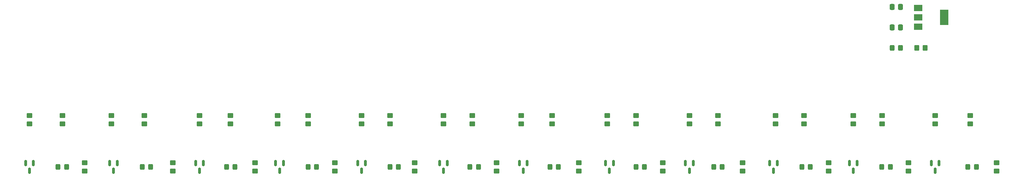
<source format=gbr>
%TF.GenerationSoftware,KiCad,Pcbnew,8.0.8-8.0.8-0~ubuntu24.04.1*%
%TF.CreationDate,2025-02-09T16:52:57+07:00*%
%TF.ProjectId,wemos32-12-channel-relays-ssr-rev-2,77656d6f-7333-4322-9d31-322d6368616e,1.0*%
%TF.SameCoordinates,Original*%
%TF.FileFunction,Paste,Top*%
%TF.FilePolarity,Positive*%
%FSLAX46Y46*%
G04 Gerber Fmt 4.6, Leading zero omitted, Abs format (unit mm)*
G04 Created by KiCad (PCBNEW 8.0.8-8.0.8-0~ubuntu24.04.1) date 2025-02-09 16:52:57*
%MOMM*%
%LPD*%
G01*
G04 APERTURE LIST*
G04 Aperture macros list*
%AMRoundRect*
0 Rectangle with rounded corners*
0 $1 Rounding radius*
0 $2 $3 $4 $5 $6 $7 $8 $9 X,Y pos of 4 corners*
0 Add a 4 corners polygon primitive as box body*
4,1,4,$2,$3,$4,$5,$6,$7,$8,$9,$2,$3,0*
0 Add four circle primitives for the rounded corners*
1,1,$1+$1,$2,$3*
1,1,$1+$1,$4,$5*
1,1,$1+$1,$6,$7*
1,1,$1+$1,$8,$9*
0 Add four rect primitives between the rounded corners*
20,1,$1+$1,$2,$3,$4,$5,0*
20,1,$1+$1,$4,$5,$6,$7,0*
20,1,$1+$1,$6,$7,$8,$9,0*
20,1,$1+$1,$8,$9,$2,$3,0*%
G04 Aperture macros list end*
%ADD10RoundRect,0.250000X0.450000X-0.350000X0.450000X0.350000X-0.450000X0.350000X-0.450000X-0.350000X0*%
%ADD11RoundRect,0.150000X-0.150000X0.587500X-0.150000X-0.587500X0.150000X-0.587500X0.150000X0.587500X0*%
%ADD12RoundRect,0.250000X-0.450000X0.350000X-0.450000X-0.350000X0.450000X-0.350000X0.450000X0.350000X0*%
%ADD13RoundRect,0.250000X-0.325000X-0.450000X0.325000X-0.450000X0.325000X0.450000X-0.325000X0.450000X0*%
%ADD14RoundRect,0.250000X-0.337500X-0.475000X0.337500X-0.475000X0.337500X0.475000X-0.337500X0.475000X0*%
%ADD15R,2.000000X1.500000*%
%ADD16R,2.000000X3.800000*%
%ADD17RoundRect,0.250000X-0.350000X-0.450000X0.350000X-0.450000X0.350000X0.450000X-0.350000X0.450000X0*%
G04 APERTURE END LIST*
D10*
%TO.C,R14*%
X123000000Y-103000000D03*
X123000000Y-101000000D03*
%TD*%
D11*
%TO.C,Q10*%
X217450000Y-112562500D03*
X215550000Y-112562500D03*
X216500000Y-114437500D03*
%TD*%
%TO.C,Q4*%
X96950000Y-112562500D03*
X95050000Y-112562500D03*
X96000000Y-114437500D03*
%TD*%
D12*
%TO.C,R32*%
X189500000Y-112500000D03*
X189500000Y-114500000D03*
%TD*%
%TO.C,R33*%
X209000000Y-112500000D03*
X209000000Y-114500000D03*
%TD*%
%TO.C,R36*%
X249500000Y-112500000D03*
X249500000Y-114500000D03*
%TD*%
D11*
%TO.C,Q2*%
X56450000Y-112562500D03*
X54550000Y-112562500D03*
X55500000Y-114437500D03*
%TD*%
D10*
%TO.C,R7*%
X84000000Y-103000000D03*
X84000000Y-101000000D03*
%TD*%
D12*
%TO.C,R6*%
X70000000Y-112500000D03*
X70000000Y-114500000D03*
%TD*%
D13*
%TO.C,D5*%
X62475000Y-113500000D03*
X64525000Y-113500000D03*
%TD*%
D11*
%TO.C,Q12*%
X256950000Y-112562500D03*
X255050000Y-112562500D03*
X256000000Y-114437500D03*
%TD*%
D10*
%TO.C,R2*%
X43000000Y-103000000D03*
X43000000Y-101000000D03*
%TD*%
D12*
%TO.C,R27*%
X196000000Y-101000000D03*
X196000000Y-103000000D03*
%TD*%
D10*
%TO.C,R20*%
X183000000Y-103000000D03*
X183000000Y-101000000D03*
%TD*%
D12*
%TO.C,R35*%
X169000000Y-112500000D03*
X169000000Y-114500000D03*
%TD*%
D10*
%TO.C,R4*%
X63000000Y-103000000D03*
X63000000Y-101000000D03*
%TD*%
%TO.C,R21*%
X203000000Y-103000000D03*
X203000000Y-101000000D03*
%TD*%
D13*
%TO.C,D3*%
X41975000Y-113500000D03*
X44025000Y-113500000D03*
%TD*%
D10*
%TO.C,R3*%
X35000000Y-103000000D03*
X35000000Y-101000000D03*
%TD*%
D13*
%TO.C,D25*%
X263975000Y-113500000D03*
X266025000Y-113500000D03*
%TD*%
D11*
%TO.C,Q9*%
X196950000Y-112562500D03*
X195050000Y-112562500D03*
X196000000Y-114437500D03*
%TD*%
D13*
%TO.C,D13*%
X142475000Y-113500000D03*
X144525000Y-113500000D03*
%TD*%
D10*
%TO.C,R11*%
X103000000Y-103000000D03*
X103000000Y-101000000D03*
%TD*%
D12*
%TO.C,R34*%
X230000000Y-112500000D03*
X230000000Y-114500000D03*
%TD*%
%TO.C,R26*%
X176000000Y-101000000D03*
X176000000Y-103000000D03*
%TD*%
D10*
%TO.C,R25*%
X264500000Y-103000000D03*
X264500000Y-101000000D03*
%TD*%
D14*
%TO.C,C6*%
X245462500Y-74500000D03*
X247537500Y-74500000D03*
%TD*%
D12*
%TO.C,R30*%
X236000000Y-101000000D03*
X236000000Y-103000000D03*
%TD*%
D10*
%TO.C,R23*%
X162500000Y-103000000D03*
X162500000Y-101000000D03*
%TD*%
D11*
%TO.C,Q6*%
X136950000Y-112562500D03*
X135050000Y-112562500D03*
X136000000Y-114437500D03*
%TD*%
D13*
%TO.C,D24*%
X242975000Y-113500000D03*
X245025000Y-113500000D03*
%TD*%
D12*
%TO.C,R16*%
X129000000Y-112500000D03*
X129000000Y-114500000D03*
%TD*%
D13*
%TO.C,D22*%
X223475000Y-113500000D03*
X225525000Y-113500000D03*
%TD*%
D11*
%TO.C,Q3*%
X77450000Y-112562500D03*
X75550000Y-112562500D03*
X76500000Y-114437500D03*
%TD*%
D12*
%TO.C,R28*%
X217000000Y-101000000D03*
X217000000Y-103000000D03*
%TD*%
D11*
%TO.C,Q1*%
X35950000Y-112562500D03*
X34050000Y-112562500D03*
X35000000Y-114437500D03*
%TD*%
D10*
%TO.C,R31*%
X256000000Y-103000000D03*
X256000000Y-101000000D03*
%TD*%
D13*
%TO.C,D23*%
X161975000Y-113500000D03*
X164025000Y-113500000D03*
%TD*%
D11*
%TO.C,Q11*%
X236950000Y-112562500D03*
X235050000Y-112562500D03*
X236000000Y-114437500D03*
%TD*%
D12*
%TO.C,R8*%
X76500000Y-101000000D03*
X76500000Y-103000000D03*
%TD*%
D13*
%TO.C,D20*%
X182975000Y-113500000D03*
X185025000Y-113500000D03*
%TD*%
D11*
%TO.C,Q7*%
X156450000Y-112562500D03*
X154550000Y-112562500D03*
X155500000Y-114437500D03*
%TD*%
D13*
%TO.C,D9*%
X102975000Y-113500000D03*
X105025000Y-113500000D03*
%TD*%
D11*
%TO.C,Q8*%
X177450000Y-112562500D03*
X175550000Y-112562500D03*
X176500000Y-114437500D03*
%TD*%
D10*
%TO.C,R22*%
X224000000Y-103000000D03*
X224000000Y-101000000D03*
%TD*%
D11*
%TO.C,Q5*%
X116950000Y-112562500D03*
X115050000Y-112562500D03*
X116000000Y-114437500D03*
%TD*%
D12*
%TO.C,R9*%
X48500000Y-112500000D03*
X48500000Y-114500000D03*
%TD*%
D14*
%TO.C,C1*%
X245462500Y-79500000D03*
X247537500Y-79500000D03*
%TD*%
D12*
%TO.C,R29*%
X155000000Y-101000000D03*
X155000000Y-103000000D03*
%TD*%
D15*
%TO.C,U1*%
X251850000Y-74700000D03*
X251850000Y-77000000D03*
D16*
X258150000Y-77000000D03*
D15*
X251850000Y-79300000D03*
%TD*%
D10*
%TO.C,R24*%
X243000000Y-103000000D03*
X243000000Y-101000000D03*
%TD*%
D12*
%TO.C,R19*%
X149000000Y-112500000D03*
X149000000Y-114500000D03*
%TD*%
%TO.C,R12*%
X95500000Y-101000000D03*
X95500000Y-103000000D03*
%TD*%
D13*
%TO.C,D1*%
X245475000Y-84500000D03*
X247525000Y-84500000D03*
%TD*%
%TO.C,D7*%
X83065900Y-113500000D03*
X85115900Y-113500000D03*
%TD*%
D12*
%TO.C,R37*%
X271000000Y-112500000D03*
X271000000Y-114500000D03*
%TD*%
D13*
%TO.C,D21*%
X201975000Y-113500000D03*
X204025000Y-113500000D03*
%TD*%
D12*
%TO.C,R10*%
X90000000Y-112500000D03*
X90000000Y-114500000D03*
%TD*%
%TO.C,R18*%
X136000000Y-101000000D03*
X136000000Y-103000000D03*
%TD*%
%TO.C,R5*%
X55000000Y-101000000D03*
X55000000Y-103000000D03*
%TD*%
D10*
%TO.C,R17*%
X143000000Y-103000000D03*
X143000000Y-101000000D03*
%TD*%
D17*
%TO.C,R1*%
X251500000Y-84500000D03*
X253500000Y-84500000D03*
%TD*%
D12*
%TO.C,R15*%
X116000000Y-101000000D03*
X116000000Y-103000000D03*
%TD*%
%TO.C,R13*%
X109500000Y-112500000D03*
X109500000Y-114500000D03*
%TD*%
D13*
%TO.C,D11*%
X122975000Y-113500000D03*
X125025000Y-113500000D03*
%TD*%
M02*

</source>
